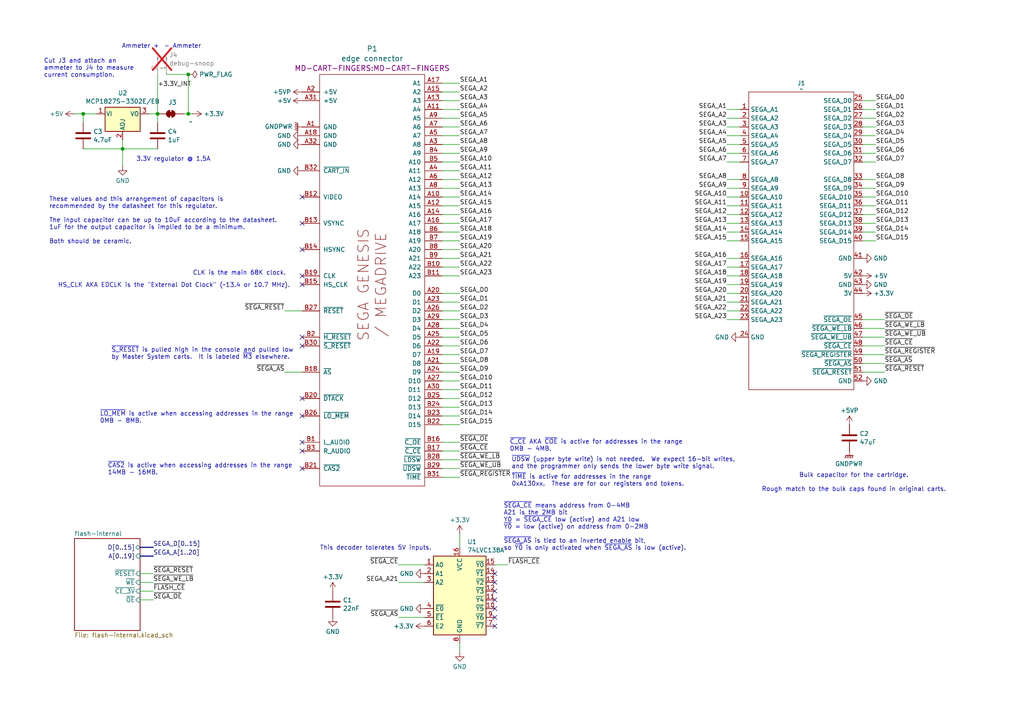
<source format=kicad_sch>
(kicad_sch (version 20231120) (generator "eeschema") (generator_version "8.0")
  (paper "A4")
  (title_block (title "Kinetoscope Cartridge & Flash Board"))
  (lib_symbols
    (symbol "74xx:74HC138"
      (property "Reference" "U" (at -7.62 13.97 0))
      (property "Value" "74HC138" (at 2.54 -11.43 0))
      (symbol "74HC138_0_1"
        (rectangle (start -7.62 12.7) (end 7.62 -10.16) (stroke (width 0.254)) (fill (type background)))
      )
      (symbol "74HC138_1_1"
        (pin input line (at -10.16 10.16 0) (length 2.54) (name "A0") (number "1"))
        (pin output line (at 10.16 -2.54 180) (length 2.54) (name "~{Y5}") (number "10"))
        (pin output line (at 10.16 0 180) (length 2.54) (name "~{Y4}") (number "11"))
        (pin output line (at 10.16 2.54 180) (length 2.54) (name "~{Y3}") (number "12"))
        (pin output line (at 10.16 5.08 180) (length 2.54) (name "~{Y2}") (number "13"))
        (pin output line (at 10.16 7.62 180) (length 2.54) (name "~{Y1}") (number "14"))
        (pin output line (at 10.16 10.16 180) (length 2.54) (name "~{Y0}") (number "15"))
        (pin power_in line (at 0 15.24 270) (length 2.54) (name "VCC") (number "16"))
        (pin input line (at -10.16 7.62 0) (length 2.54) (name "A1") (number "2"))
        (pin input line (at -10.16 5.08 0) (length 2.54) (name "A2") (number "3"))
        (pin input line (at -10.16 -2.54 0) (length 2.54) (name "~{E0}") (number "4"))
        (pin input line (at -10.16 -5.08 0) (length 2.54) (name "~{E1}") (number "5"))
        (pin input line (at -10.16 -7.62 0) (length 2.54) (name "E2") (number "6"))
        (pin output line (at 10.16 -7.62 180) (length 2.54) (name "~{Y7}") (number "7"))
        (pin power_in line (at 0 -12.7 90) (length 2.54) (name "GND") (number "8"))
        (pin output line (at 10.16 -5.08 180) (length 2.54) (name "~{Y6}") (number "9"))
      )
    )
    (symbol "Connector:Conn_01x02_Pin" (pin_names (offset 1.016) hide)
      (property "Reference" "J" (at 0 2.54 0))
      (property "Value" "Conn_01x02_Pin" (at 0 -5.08 0))
      (symbol "Conn_01x02_Pin_1_1"
        (polyline (pts (xy 1.27 -2.54) (xy 0.8636 -2.54)) (stroke (width 0.1524)))
        (polyline (pts (xy 1.27 0) (xy 0.8636 0)) (stroke (width 0.1524)))
        (rectangle (start 0.8636 -2.413) (end 0 -2.667) (stroke (width 0.1524)) (fill (type outline)))
        (rectangle (start 0.8636 0.127) (end 0 -0.127) (stroke (width 0.1524)) (fill (type outline)))
        (pin passive line (at 5.08 0 180) (length 3.81) (name "Pin_1") (number "1"))
        (pin passive line (at 5.08 -2.54 180) (length 3.81) (name "Pin_2") (number "2"))
      )
    )
    (symbol "Device:C" (pin_numbers hide) (pin_names (offset 0.254))
      (property "Reference" "C" (at 0.635 2.54 0))
      (property "Value" "C" (at 0.635 -2.54 0))
      (symbol "C_0_1"
        (polyline (pts (xy -2.032 -0.762) (xy 2.032 -0.762)) (stroke (width 0.508)))
        (polyline (pts (xy -2.032 0.762) (xy 2.032 0.762)) (stroke (width 0.508)))
      )
      (symbol "C_1_1"
        (pin passive line (at 0 3.81 270) (length 2.794) (name "~") (number "1"))
        (pin passive line (at 0 -3.81 90) (length 2.794) (name "~") (number "2"))
      )
    )
    (symbol "Jumper:SolderJumper_2_Bridged" (pin_numbers hide) (pin_names (offset 0) hide) (exclude_from_sim yes) (in_bom no)
      (property "Reference" "JP" (at 0 2.032 0))
      (property "Value" "SolderJumper_2_Bridged" (at 0 -2.54 0))
      (symbol "SolderJumper_2_Bridged_0_1"
        (rectangle (start -0.508 0.508) (end 0.508 -0.508) (fill (type outline)))
        (arc (start -0.254 1.016) (mid -1.2656 0) (end -0.254 -1.016))
        (arc (start -0.254 1.016) (mid -1.2656 0) (end -0.254 -1.016) (fill (type outline)))
        (polyline (pts (xy -0.254 1.016) (xy -0.254 -1.016)))
        (polyline (pts (xy 0.254 1.016) (xy 0.254 -1.016)))
        (arc (start 0.254 -1.016) (mid 1.2656 0) (end 0.254 1.016))
        (arc (start 0.254 -1.016) (mid 1.2656 0) (end 0.254 1.016) (fill (type outline)))
      )
      (symbol "SolderJumper_2_Bridged_1_1"
        (pin passive line (at -3.81 0 0) (length 2.54) (name "A") (number "1"))
        (pin passive line (at 3.81 0 180) (length 2.54) (name "B") (number "2"))
      )
    )
    (symbol "MD-CART-FINGERS:MD-CART-FINGERS" (pin_names (offset 1.016)) (in_bom no)
      (property "Reference" "P" (at -13.97 62.23 0))
      (property "Value" "MD-CART-FINGERS" (at -3.81 -59.69 0))
      (property "Footprint" "MD-CART-FINGERS:MD-CART-FINGERS" (at -0.508 -67.818 0))
      (symbol "MD-CART-FINGERS_0_1"
        (rectangle (start -15.24 60.96) (end 15.24 -58.42))
      )
      (symbol "MD-CART-FINGERS_1_0"
        (text "/ MEGADRIVE" (at 2.54 0 900) (effects (font (size 3.048 3.048))))
        (text "SEGA GENESIS" (at -2.54 0 900) (effects (font (size 3.048 3.048))))
      )
      (symbol "MD-CART-FINGERS_1_1"
        (pin power_out line (at -20.32 45.72 0) (length 5.08) (name "GND") (number "A1"))
        (pin output line (at 20.32 25.4 180) (length 5.08) (name "A14") (number "A10"))
        (pin output line (at 20.32 50.8 180) (length 5.08) (name "A4") (number "A11"))
        (pin output line (at 20.32 22.86 180) (length 5.08) (name "A15") (number "A12"))
        (pin output line (at 20.32 53.34 180) (length 5.08) (name "A3") (number "A13"))
        (pin output line (at 20.32 20.32 180) (length 5.08) (name "A16") (number "A14"))
        (pin output line (at 20.32 55.88 180) (length 5.08) (name "A2") (number "A15"))
        (pin output line (at 20.32 17.78 180) (length 5.08) (name "A17") (number "A16"))
        (pin output line (at 20.32 58.42 180) (length 5.08) (name "A1") (number "A17"))
        (pin power_out line (at -20.32 43.18 0) (length 5.08) (name "GND") (number "A18"))
        (pin tri_state line (at 20.32 -20.32 180) (length 5.08) (name "D7") (number "A19"))
        (pin power_out line (at -20.32 55.88 0) (length 5.08) (name "+5V") (number "A2"))
        (pin tri_state line (at 20.32 -2.54 180) (length 5.08) (name "D0") (number "A20"))
        (pin tri_state line (at 20.32 -22.86 180) (length 5.08) (name "D8") (number "A21"))
        (pin tri_state line (at 20.32 -17.78 180) (length 5.08) (name "D6") (number "A22"))
        (pin tri_state line (at 20.32 -5.08 180) (length 5.08) (name "D1") (number "A23"))
        (pin tri_state line (at 20.32 -25.4 180) (length 5.08) (name "D9") (number "A24"))
        (pin tri_state line (at 20.32 -15.24 180) (length 5.08) (name "D5") (number "A25"))
        (pin tri_state line (at 20.32 -7.62 180) (length 5.08) (name "D2") (number "A26"))
        (pin tri_state line (at 20.32 -27.94 180) (length 5.08) (name "D10") (number "A27"))
        (pin tri_state line (at 20.32 -12.7 180) (length 5.08) (name "D4") (number "A28"))
        (pin tri_state line (at 20.32 -10.16 180) (length 5.08) (name "D3") (number "A29"))
        (pin output line (at 20.32 40.64 180) (length 5.08) (name "A8") (number "A3"))
        (pin tri_state line (at 20.32 -30.48 180) (length 5.08) (name "D11") (number "A30"))
        (pin power_out line (at -20.32 53.34 0) (length 5.08) (name "+5V") (number "A31"))
        (pin power_out line (at -20.32 40.64 0) (length 5.08) (name "GND") (number "A32"))
        (pin output line (at 20.32 33.02 180) (length 5.08) (name "A11") (number "A4"))
        (pin output line (at 20.32 43.18 180) (length 5.08) (name "A7") (number "A5"))
        (pin output line (at 20.32 30.48 180) (length 5.08) (name "A12") (number "A6"))
        (pin output line (at 20.32 45.72 180) (length 5.08) (name "A6") (number "A7"))
        (pin output line (at 20.32 27.94 180) (length 5.08) (name "A13") (number "A8"))
        (pin output line (at 20.32 48.26 180) (length 5.08) (name "A5") (number "A9"))
        (pin passive line (at -20.32 -45.72 0) (length 5.08) (name "L_AUDIO") (number "B1"))
        (pin output line (at 20.32 5.08 180) (length 5.08) (name "A22") (number "B10"))
        (pin output line (at 20.32 2.54 180) (length 5.08) (name "A23") (number "B11"))
        (pin passive line (at -20.32 25.4 0) (length 5.08) (name "VIDEO") (number "B12"))
        (pin output line (at -20.32 17.78 0) (length 5.08) (name "VSYNC") (number "B13"))
        (pin output line (at -20.32 10.16 0) (length 5.08) (name "HSYNC") (number "B14"))
        (pin output line (at -20.32 0 0) (length 5.08) (name "HS_CLK") (number "B15"))
        (pin output line (at 20.32 -45.72 180) (length 5.08) (name "~{C_OE}") (number "B16"))
        (pin output line (at 20.32 -48.26 180) (length 5.08) (name "~{C_CE}") (number "B17"))
        (pin output line (at -20.32 -25.4 0) (length 5.08) (name "~{AS}") (number "B18"))
        (pin output line (at -20.32 2.54 0) (length 5.08) (name "CLK") (number "B19"))
        (pin input line (at -20.32 -15.24 0) (length 5.08) (name "~{H_RESET}") (number "B2"))
        (pin input line (at -20.32 -33.02 0) (length 5.08) (name "~{DTACK}") (number "B20"))
        (pin output line (at -20.32 -53.34 0) (length 5.08) (name "~{CAS2}") (number "B21"))
        (pin tri_state line (at 20.32 -40.64 180) (length 5.08) (name "D15") (number "B22"))
        (pin tri_state line (at 20.32 -38.1 180) (length 5.08) (name "D14") (number "B23"))
        (pin tri_state line (at 20.32 -35.56 180) (length 5.08) (name "D13") (number "B24"))
        (pin tri_state line (at 20.32 -33.02 180) (length 5.08) (name "D12") (number "B25"))
        (pin output line (at -20.32 -38.1 0) (length 5.08) (name "~{LO_MEM}") (number "B26"))
        (pin output line (at -20.32 -7.62 0) (length 5.08) (name "~{RESET}") (number "B27"))
        (pin output line (at 20.32 -50.8 180) (length 5.08) (name "~{LDSW}") (number "B28"))
        (pin output line (at 20.32 -53.34 180) (length 5.08) (name "~{UDSW}") (number "B29"))
        (pin passive line (at -20.32 -48.26 0) (length 5.08) (name "R_AUDIO") (number "B3"))
        (pin input line (at -20.32 -17.78 0) (length 5.08) (name "~{S_RESET}") (number "B30"))
        (pin output line (at 20.32 -55.88 180) (length 5.08) (name "~{TIME}") (number "B31"))
        (pin input line (at -20.32 33.02 0) (length 5.08) (name "~{CART_IN}") (number "B32"))
        (pin output line (at 20.32 38.1 180) (length 5.08) (name "A9") (number "B4"))
        (pin output line (at 20.32 35.56 180) (length 5.08) (name "A10") (number "B5"))
        (pin output line (at 20.32 15.24 180) (length 5.08) (name "A18") (number "B6"))
        (pin output line (at 20.32 12.7 180) (length 5.08) (name "A19") (number "B7"))
        (pin output line (at 20.32 10.16 180) (length 5.08) (name "A20") (number "B8"))
        (pin output line (at 20.32 7.62 180) (length 5.08) (name "A21") (number "B9"))
      )
    )
    (symbol "Regulator_Linear:LM317_TO39" (pin_names (offset 0.254))
      (property "Reference" "U" (at -3.81 3.175 0))
      (property "Value" "LM317_TO39" (at 0 3.175 0))
      (symbol "LM317_TO39_0_1"
        (rectangle (start -5.08 1.905) (end 5.08 -5.08) (stroke (width 0.254)) (fill (type background)))
      )
      (symbol "LM317_TO39_1_1"
        (pin power_in line (at -7.62 0 0) (length 2.54) (name "VI") (number "1"))
        (pin input line (at 0 -7.62 90) (length 2.54) (name "ADJ") (number "2"))
        (pin power_out line (at 7.62 0 180) (length 2.54) (name "VO") (number "3"))
      )
    )
    (symbol "kinetoscope-cart-header:kinetoscope-cart-header-a"
      (property "Reference" "J" (at 0 1.27 0))
      (symbol "kinetoscope-cart-header-a_1_1"
        (rectangle (start -15.24 0) (end 15.24 -86.36))
        (pin passive line (at -17.78 -5.08 0) (length 2.54) (name "SEGA_A1") (number "1"))
        (pin passive line (at -17.78 -30.48 0) (length 2.54) (name "SEGA_A10") (number "10"))
        (pin passive line (at -17.78 -33.02 0) (length 2.54) (name "SEGA_A11") (number "11"))
        (pin passive line (at -17.78 -35.56 0) (length 2.54) (name "SEGA_A12") (number "12"))
        (pin passive line (at -17.78 -38.1 0) (length 2.54) (name "SEGA_A13") (number "13"))
        (pin passive line (at -17.78 -40.64 0) (length 2.54) (name "SEGA_A14") (number "14"))
        (pin passive line (at -17.78 -43.18 0) (length 2.54) (name "SEGA_A15") (number "15"))
        (pin passive line (at -17.78 -48.26 0) (length 2.54) (name "SEGA_A16") (number "16"))
        (pin passive line (at -17.78 -50.8 0) (length 2.54) (name "SEGA_A17") (number "17"))
        (pin passive line (at -17.78 -53.34 0) (length 2.54) (name "SEGA_A18") (number "18"))
        (pin passive line (at -17.78 -55.88 0) (length 2.54) (name "SEGA_A19") (number "19"))
        (pin passive line (at -17.78 -7.62 0) (length 2.54) (name "SEGA_A2") (number "2"))
        (pin passive line (at -17.78 -58.42 0) (length 2.54) (name "SEGA_A20") (number "20"))
        (pin passive line (at -17.78 -60.96 0) (length 2.54) (name "SEGA_A21") (number "21"))
        (pin passive line (at -17.78 -63.5 0) (length 2.54) (name "SEGA_A22") (number "22"))
        (pin passive line (at -17.78 -66.04 0) (length 2.54) (name "SEGA_A23") (number "23"))
        (pin passive line (at -17.78 -71.12 0) (length 2.54) (name "GND") (number "24"))
        (pin passive line (at 17.78 -2.54 180) (length 2.54) (name "SEGA_D0") (number "25"))
        (pin passive line (at 17.78 -5.08 180) (length 2.54) (name "SEGA_D1") (number "26"))
        (pin passive line (at 17.78 -7.62 180) (length 2.54) (name "SEGA_D2") (number "27"))
        (pin passive line (at 17.78 -10.16 180) (length 2.54) (name "SEGA_D3") (number "28"))
        (pin passive line (at 17.78 -12.7 180) (length 2.54) (name "SEGA_D4") (number "29"))
        (pin passive line (at -17.78 -10.16 0) (length 2.54) (name "SEGA_A3") (number "3"))
        (pin passive line (at 17.78 -15.24 180) (length 2.54) (name "SEGA_D5") (number "30"))
        (pin passive line (at 17.78 -17.78 180) (length 2.54) (name "SEGA_D6") (number "31"))
        (pin passive line (at 17.78 -20.32 180) (length 2.54) (name "SEGA_D7") (number "32"))
        (pin passive line (at 17.78 -25.4 180) (length 2.54) (name "SEGA_D8") (number "33"))
        (pin passive line (at 17.78 -27.94 180) (length 2.54) (name "SEGA_D9") (number "34"))
        (pin passive line (at 17.78 -30.48 180) (length 2.54) (name "SEGA_D10") (number "35"))
        (pin passive line (at 17.78 -33.02 180) (length 2.54) (name "SEGA_D11") (number "36"))
        (pin passive line (at 17.78 -35.56 180) (length 2.54) (name "SEGA_D12") (number "37"))
        (pin passive line (at 17.78 -38.1 180) (length 2.54) (name "SEGA_D13") (number "38"))
        (pin passive line (at 17.78 -40.64 180) (length 2.54) (name "SEGA_D14") (number "39"))
        (pin passive line (at -17.78 -12.7 0) (length 2.54) (name "SEGA_A4") (number "4"))
        (pin passive line (at 17.78 -43.18 180) (length 2.54) (name "SEGA_D15") (number "40"))
        (pin passive line (at 17.78 -48.26 180) (length 2.54) (name "GND") (number "41"))
        (pin passive line (at 17.78 -53.34 180) (length 2.54) (name "5V") (number "42"))
        (pin passive line (at 17.78 -55.88 180) (length 2.54) (name "GND") (number "43"))
        (pin passive line (at 17.78 -58.42 180) (length 2.54) (name "3V") (number "44"))
        (pin passive line (at 17.78 -66.04 180) (length 2.54) (name "~{SEGA_OE}") (number "45"))
        (pin passive line (at 17.78 -68.58 180) (length 2.54) (name "~{SEGA_WE_LB}") (number "46"))
        (pin passive line (at 17.78 -71.12 180) (length 2.54) (name "~{SEGA_WE_UB}") (number "47"))
        (pin passive line (at 17.78 -73.66 180) (length 2.54) (name "~{SEGA_CE}") (number "48"))
        (pin passive line (at 17.78 -76.2 180) (length 2.54) (name "~{SEGA_REGISTER}") (number "49"))
        (pin passive line (at -17.78 -15.24 0) (length 2.54) (name "SEGA_A5") (number "5"))
        (pin passive line (at 17.78 -78.74 180) (length 2.54) (name "~{SEGA_AS}") (number "50"))
        (pin passive line (at 17.78 -81.28 180) (length 2.54) (name "~{SEGA_RESET}") (number "51"))
        (pin passive line (at 17.78 -83.82 180) (length 2.54) (name "GND") (number "52"))
        (pin passive line (at -17.78 -17.78 0) (length 2.54) (name "SEGA_A6") (number "6"))
        (pin passive line (at -17.78 -20.32 0) (length 2.54) (name "SEGA_A7") (number "7"))
        (pin passive line (at -17.78 -25.4 0) (length 2.54) (name "SEGA_A8") (number "8"))
        (pin passive line (at -17.78 -27.94 0) (length 2.54) (name "SEGA_A9") (number "9"))
      )
    )
    (symbol "power:+3.3V" (power) (pin_numbers hide) (pin_names (offset 0) hide)
      (property "Value" "+3.3V" (at 0 3.556 0))
      (symbol "+3.3V_0_1"
        (polyline (pts (xy -0.762 1.27) (xy 0 2.54)))
        (polyline (pts (xy 0 0) (xy 0 2.54)))
        (polyline (pts (xy 0 2.54) (xy 0.762 1.27)))
      )
      (symbol "+3.3V_1_1"
        (pin power_in line (at 0 0 90) (length 0) (name "~") (number "1"))
      )
    )
    (symbol "power:+5V" (power) (pin_numbers hide) (pin_names (offset 0) hide)
      (property "Value" "+5V" (at 0 3.556 0))
      (symbol "+5V_0_1"
        (polyline (pts (xy -0.762 1.27) (xy 0 2.54)))
        (polyline (pts (xy 0 0) (xy 0 2.54)))
        (polyline (pts (xy 0 2.54) (xy 0.762 1.27)))
      )
      (symbol "+5V_1_1"
        (pin power_in line (at 0 0 90) (length 0) (name "~") (number "1"))
      )
    )
    (symbol "power:+5VP" (power) (pin_numbers hide) (pin_names (offset 0) hide)
      (property "Value" "+5VP" (at 0 3.556 0))
      (symbol "+5VP_0_1"
        (polyline (pts (xy -0.762 1.27) (xy 0 2.54)))
        (polyline (pts (xy 0 0) (xy 0 2.54)))
        (polyline (pts (xy 0 2.54) (xy 0.762 1.27)))
      )
      (symbol "+5VP_1_1"
        (pin power_in line (at 0 0 90) (length 0) (name "~") (number "1"))
      )
    )
    (symbol "power:GND" (power) (pin_numbers hide) (pin_names (offset 0) hide)
      (property "Value" "GND" (at 0 -3.81 0))
      (symbol "GND_0_1"
        (polyline (pts (xy 0 0) (xy 0 -1.27) (xy 1.27 -1.27) (xy 0 -2.54) (xy -1.27 -1.27) (xy 0 -1.27)))
      )
      (symbol "GND_1_1"
        (pin power_in line (at 0 0 270) (length 0) (name "~") (number "1"))
      )
    )
    (symbol "power:GNDPWR" (power) (pin_numbers hide) (pin_names (offset 0) hide)
      (property "Value" "GNDPWR" (at 0 -3.302 0))
      (symbol "GNDPWR_0_1"
        (polyline (pts (xy 0 -1.27) (xy 0 0)))
        (polyline (pts (xy -1.016 -1.27) (xy -1.27 -2.032) (xy -1.27 -2.032)) (stroke (width 0.2032)))
        (polyline (pts (xy -0.508 -1.27) (xy -0.762 -2.032) (xy -0.762 -2.032)) (stroke (width 0.2032)))
        (polyline (pts (xy 0 -1.27) (xy -0.254 -2.032) (xy -0.254 -2.032)) (stroke (width 0.2032)))
        (polyline (pts (xy 0.508 -1.27) (xy 0.254 -2.032) (xy 0.254 -2.032)) (stroke (width 0.2032)))
        (polyline (pts (xy 1.016 -1.27) (xy -1.016 -1.27) (xy -1.016 -1.27)) (stroke (width 0.2032)))
        (polyline (pts (xy 1.016 -1.27) (xy 0.762 -2.032) (xy 0.762 -2.032) (xy 0.762 -2.032)) (stroke (width 0.2032)))
      )
      (symbol "GNDPWR_1_1"
        (pin power_in line (at 0 0 270) (length 0) (name "~") (number "1"))
      )
    )
    (symbol "power:PWR_FLAG" (power) (pin_numbers hide) (pin_names (offset 0) hide)
      (property "Value" "PWR_FLAG" (at 0 3.81 0))
      (symbol "PWR_FLAG_0_0"
        (pin power_out line (at 0 0 90) (length 0) (name "~") (number "1"))
      )
      (symbol "PWR_FLAG_0_1"
        (polyline (pts (xy 0 0) (xy 0 1.27) (xy -1.016 1.905) (xy 0 2.54) (xy 1.016 1.905) (xy 0 1.27)))
      )
    )
  )
  (junction (at 35.56 43.18))
  (junction (at 54.61 21.59))
  (junction (at 54.61 33.02))
  (junction (at 24.13 33.02))
  (junction (at 45.72 33.02))
  (no_connect (at 87.63 135.89))
  (no_connect (at 87.63 57.15))
  (no_connect (at 87.63 100.33))
  (no_connect (at 87.63 72.39))
  (no_connect (at 87.63 64.77))
  (no_connect (at 87.63 115.57))
  (no_connect (at 87.63 82.55))
  (no_connect (at 143.51 166.37))
  (no_connect (at 143.51 176.53))
  (no_connect (at 143.51 173.99))
  (no_connect (at 143.51 181.61))
  (no_connect (at 143.51 171.45))
  (no_connect (at 87.63 130.81))
  (no_connect (at 87.63 128.27))
  (no_connect (at 87.63 80.01))
  (no_connect (at 143.51 168.91))
  (no_connect (at 143.51 179.07))
  (no_connect (at 87.63 97.79))
  (no_connect (at 87.63 120.65))
  (wire (pts (xy 128.27 57.15) (xy 133.35 57.15)))
  (wire (pts (xy 82.55 90.17) (xy 87.63 90.17)))
  (wire (pts (xy 250.19 57.15) (xy 254 57.15)))
  (wire (pts (xy 210.82 85.09) (xy 214.63 85.09)))
  (bus (pts (xy 40.64 158.75) (xy 44.45 158.75)))
  (wire (pts (xy 250.19 44.45) (xy 254 44.45)))
  (wire (pts (xy 128.27 120.65) (xy 133.35 120.65)))
  (wire (pts (xy 128.27 87.63) (xy 133.35 87.63)))
  (wire (pts (xy 250.19 59.69) (xy 254 59.69)))
  (wire (pts (xy 250.19 46.99) (xy 254 46.99)))
  (wire (pts (xy 133.35 154.94) (xy 133.35 158.75)))
  (wire (pts (xy 45.72 33.02) (xy 45.72 35.56)))
  (wire (pts (xy 128.27 41.91) (xy 133.35 41.91)))
  (wire (pts (xy 128.27 130.81) (xy 133.35 130.81)))
  (wire (pts (xy 128.27 49.53) (xy 133.35 49.53)))
  (wire (pts (xy 128.27 123.19) (xy 133.35 123.19)))
  (wire (pts (xy 35.56 43.18) (xy 45.72 43.18)))
  (wire (pts (xy 128.27 115.57) (xy 133.35 115.57)))
  (wire (pts (xy 250.19 54.61) (xy 254 54.61)))
  (wire (pts (xy 128.27 77.47) (xy 133.35 77.47)))
  (wire (pts (xy 128.27 80.01) (xy 133.35 80.01)))
  (wire (pts (xy 210.82 87.63) (xy 214.63 87.63)))
  (wire (pts (xy 40.64 166.37) (xy 44.45 166.37)))
  (wire (pts (xy 53.34 33.02) (xy 54.61 33.02)))
  (wire (pts (xy 128.27 39.37) (xy 133.35 39.37)))
  (wire (pts (xy 250.19 64.77) (xy 254 64.77)))
  (wire (pts (xy 115.57 168.91) (xy 123.19 168.91)))
  (wire (pts (xy 210.82 59.69) (xy 214.63 59.69)))
  (wire (pts (xy 210.82 36.83) (xy 214.63 36.83)))
  (wire (pts (xy 43.18 33.02) (xy 45.72 33.02)))
  (wire (pts (xy 250.19 36.83) (xy 254 36.83)))
  (wire (pts (xy 210.82 67.31) (xy 214.63 67.31)))
  (wire (pts (xy 128.27 118.11) (xy 133.35 118.11)))
  (wire (pts (xy 24.13 43.18) (xy 35.56 43.18)))
  (wire (pts (xy 128.27 31.75) (xy 133.35 31.75)))
  (wire (pts (xy 210.82 46.99) (xy 214.63 46.99)))
  (wire (pts (xy 210.82 41.91) (xy 214.63 41.91)))
  (wire (pts (xy 54.61 33.02) (xy 55.88 33.02)))
  (wire (pts (xy 250.19 95.25) (xy 256.54 95.25)))
  (wire (pts (xy 128.27 59.69) (xy 133.35 59.69)))
  (wire (pts (xy 210.82 31.75) (xy 214.63 31.75)))
  (wire (pts (xy 143.51 163.83) (xy 147.32 163.83)))
  (wire (pts (xy 128.27 92.71) (xy 133.35 92.71)))
  (wire (pts (xy 128.27 95.25) (xy 133.35 95.25)))
  (wire (pts (xy 250.19 105.41) (xy 256.54 105.41)))
  (wire (pts (xy 128.27 24.13) (xy 133.35 24.13)))
  (wire (pts (xy 40.64 168.91) (xy 44.45 168.91)))
  (wire (pts (xy 128.27 54.61) (xy 133.35 54.61)))
  (wire (pts (xy 250.19 69.85) (xy 254 69.85)))
  (wire (pts (xy 40.64 173.99) (xy 44.45 173.99)))
  (wire (pts (xy 250.19 34.29) (xy 254 34.29)))
  (wire (pts (xy 48.26 21.59) (xy 54.61 21.59)))
  (wire (pts (xy 128.27 135.89) (xy 133.35 135.89)))
  (wire (pts (xy 210.82 54.61) (xy 214.63 54.61)))
  (wire (pts (xy 210.82 92.71) (xy 214.63 92.71)))
  (wire (pts (xy 210.82 64.77) (xy 214.63 64.77)))
  (wire (pts (xy 250.19 41.91) (xy 254 41.91)))
  (wire (pts (xy 250.19 97.79) (xy 256.54 97.79)))
  (wire (pts (xy 128.27 26.67) (xy 133.35 26.67)))
  (wire (pts (xy 210.82 39.37) (xy 214.63 39.37)))
  (wire (pts (xy 54.61 21.59) (xy 54.61 33.02)))
  (wire (pts (xy 210.82 74.93) (xy 214.63 74.93)))
  (wire (pts (xy 128.27 74.93) (xy 133.35 74.93)))
  (wire (pts (xy 250.19 102.87) (xy 256.54 102.87)))
  (bus (pts (xy 40.64 161.29) (xy 44.45 161.29)))
  (wire (pts (xy 24.13 33.02) (xy 24.13 35.56)))
  (wire (pts (xy 128.27 62.23) (xy 133.35 62.23)))
  (wire (pts (xy 128.27 44.45) (xy 133.35 44.45)))
  (wire (pts (xy 210.82 69.85) (xy 214.63 69.85)))
  (wire (pts (xy 210.82 62.23) (xy 214.63 62.23)))
  (wire (pts (xy 128.27 85.09) (xy 133.35 85.09)))
  (wire (pts (xy 128.27 97.79) (xy 133.35 97.79)))
  (wire (pts (xy 250.19 39.37) (xy 254 39.37)))
  (wire (pts (xy 21.59 33.02) (xy 24.13 33.02)))
  (wire (pts (xy 133.35 189.23) (xy 133.35 186.69)))
  (wire (pts (xy 128.27 72.39) (xy 133.35 72.39)))
  (wire (pts (xy 128.27 138.43) (xy 133.35 138.43)))
  (wire (pts (xy 250.19 31.75) (xy 254 31.75)))
  (wire (pts (xy 115.57 179.07) (xy 123.19 179.07)))
  (wire (pts (xy 82.55 107.95) (xy 87.63 107.95)))
  (wire (pts (xy 210.82 90.17) (xy 214.63 90.17)))
  (wire (pts (xy 210.82 82.55) (xy 214.63 82.55)))
  (wire (pts (xy 128.27 34.29) (xy 133.35 34.29)))
  (wire (pts (xy 210.82 57.15) (xy 214.63 57.15)))
  (wire (pts (xy 128.27 107.95) (xy 133.35 107.95)))
  (wire (pts (xy 250.19 100.33) (xy 256.54 100.33)))
  (wire (pts (xy 128.27 46.99) (xy 133.35 46.99)))
  (wire (pts (xy 128.27 36.83) (xy 133.35 36.83)))
  (wire (pts (xy 128.27 105.41) (xy 133.35 105.41)))
  (wire (pts (xy 128.27 67.31) (xy 133.35 67.31)))
  (wire (pts (xy 210.82 77.47) (xy 214.63 77.47)))
  (wire (pts (xy 250.19 67.31) (xy 254 67.31)))
  (wire (pts (xy 128.27 133.35) (xy 133.35 133.35)))
  (wire (pts (xy 128.27 100.33) (xy 133.35 100.33)))
  (wire (pts (xy 210.82 34.29) (xy 214.63 34.29)))
  (wire (pts (xy 128.27 90.17) (xy 133.35 90.17)))
  (wire (pts (xy 210.82 52.07) (xy 214.63 52.07)))
  (wire (pts (xy 128.27 102.87) (xy 133.35 102.87)))
  (wire (pts (xy 250.19 52.07) (xy 254 52.07)))
  (wire (pts (xy 35.56 40.64) (xy 35.56 43.18)))
  (wire (pts (xy 128.27 113.03) (xy 133.35 113.03)))
  (wire (pts (xy 250.19 29.21) (xy 254 29.21)))
  (wire (pts (xy 250.19 92.71) (xy 256.54 92.71)))
  (wire (pts (xy 45.72 21.59) (xy 45.72 33.02)))
  (wire (pts (xy 128.27 52.07) (xy 133.35 52.07)))
  (wire (pts (xy 128.27 128.27) (xy 133.35 128.27)))
  (wire (pts (xy 128.27 69.85) (xy 133.35 69.85)))
  (wire (pts (xy 128.27 110.49) (xy 133.35 110.49)))
  (wire (pts (xy 128.27 29.21) (xy 133.35 29.21)))
  (wire (pts (xy 250.19 107.95) (xy 256.54 107.95)))
  (wire (pts (xy 24.13 33.02) (xy 27.94 33.02)))
  (wire (pts (xy 40.64 171.45) (xy 44.45 171.45)))
  (wire (pts (xy 128.27 64.77) (xy 133.35 64.77)))
  (wire (pts (xy 115.57 163.83) (xy 123.19 163.83)))
  (wire (pts (xy 250.19 62.23) (xy 254 62.23)))
  (wire (pts (xy 35.56 43.18) (xy 35.56 48.26)))
  (wire (pts (xy 210.82 80.01) (xy 214.63 80.01)))
  (wire (pts (xy 210.82 44.45) (xy 214.63 44.45)))
  (text "~{S_RESET} is pulled high in the console and pulled low\nby Master System carts.  It is labeled ~{M3} elsewhere." (at 32.258 102.616 0) (effects (font (size 1.27 1.27)) (justify left)))
  (text "~{UDSW} (upper byte write) is not needed.  We expect 16-bit writes,\nand the programmer only sends the lower byte write signal." (at 148.336 134.366 0) (effects (font (size 1.27 1.27)) (justify left)))
  (text "~{C_CE} AKA ~{COE} is active for addresses in the range\n0MB - 4MB." (at 147.828 129.286 0) (effects (font (size 1.27 1.27)) (justify left)))
  (text "This decoder tolerates 5V inputs." (at 108.966 159.004 0) (effects (font (size 1.27 1.27))))
  (text "3.3V regulator @ 1.5A" (at 50.292 46.228 0) (effects (font (size 1.27 1.27))))
  (text "~{TIME} is active for addresses in the range\n0xA130xx.  These are for our registers and tokens." (at 148.336 139.446 0) (effects (font (size 1.27 1.27)) (justify left)))
  (text "~{LO_MEM} is active when accessing addresses in the range\n0MB - 8MB." (at 28.956 121.158 0) (effects (font (size 1.27 1.27)) (justify left)))
  (text "These values and this arrangement of capacitors is\nrecommended by the datasheet for this regulator.\n\nThe input capacitor can be up to 10uF according to the datasheet.\n1uF for the output capacitor is implied to be a minimum.\n\nBoth should be ceramic." (at 14.224 64.008 0) (effects (font (size 1.27 1.27)) (justify left)))
  (text "~{CAS2} is active when accessing addresses in the range\n14MB - 16MB." (at 31.242 136.144 0) (effects (font (size 1.27 1.27)) (justify left)))
  (text "Cut J3 and attach an\nammeter to J4 to measure\ncurrent consumption." (at 12.7 19.812 0) (effects (font (size 1.27 1.27)) (justify left)))
  (text "HS_CLK AKA EDCLK is the \"External Dot Clock\" (~13.4 or 10.7 MHz)." (at 16.764 82.804 0) (effects (font (size 1.27 1.27)) (justify left)))
  (text "Ammeter +" (at 35.306 13.462 0) (effects (font (size 1.27 1.27)) (justify left)))
  (text "Bulk capacitor for the cartridge.\n\nRough match to the bulk caps found in original carts." (at 247.65 139.954 0) (effects (font (size 1.27 1.27))))
  (text "- Ammeter" (at 47.498 13.462 0) (effects (font (size 1.27 1.27)) (justify left)))
  (text "~{SEGA_CE} means address from 0-4MB\nA21 is the 2MB bit\nY0 = ~{SEGA_CE} low (active) and A21 low\n~{Y0} = low (active) on address from 0-2MB\n\n~{SEGA_AS} is tied to an inverted enable bit,\nso ~{Y0} is only activated when ~{SEGA_AS} is low (active)." (at 146.05 152.908 0) (effects (font (size 1.27 1.27)) (justify left)))
  (text "CLK is the main 68K clock." (at 55.88 79.248 0) (effects (font (size 1.27 1.27)) (justify left)))
  (label "SEGA_A2" (at 210.82 34.29 180))
  (label "SEGA_A15" (at 210.82 69.85 180))
  (label "SEGA_D1" (at 254 31.75 0))
  (label "~{SEGA_OE}" (at 44.45 173.99 0))
  (label "SEGA_D11" (at 133.35 113.03 0))
  (label "SEGA_D8" (at 254 52.07 0))
  (label "~{SEGA_WE_UB}" (at 256.54 97.79 0))
  (label "SEGA_A11" (at 210.82 59.69 180))
  (label "SEGA_D0" (at 133.35 85.09 0))
  (label "~{SEGA_AS}" (at 115.57 179.07 180))
  (label "SEGA_A16" (at 210.82 74.93 180))
  (label "~{SEGA_OE}" (at 256.54 92.71 0))
  (label "~{SEGA_WE_LB}" (at 44.45 168.91 0))
  (label "SEGA_A12" (at 210.82 62.23 180))
  (label "SEGA_A23" (at 133.35 80.01 0))
  (label "SEGA_A21" (at 133.35 74.93 0))
  (label "SEGA_D10" (at 254 57.15 0))
  (label "SEGA_A17" (at 133.35 64.77 0))
  (label "SEGA_D13" (at 254 64.77 0))
  (label "SEGA_A20" (at 133.35 72.39 0))
  (label "SEGA_A5" (at 210.82 41.91 180))
  (label "SEGA_D0" (at 254 29.21 0))
  (label "SEGA_D9" (at 254 54.61 0))
  (label "~{SEGA_REGISTER}" (at 256.54 102.87 0))
  (label "SEGA_A1" (at 133.35 24.13 0))
  (label "SEGA_A19" (at 133.35 69.85 0))
  (label "~{SEGA_OE}" (at 133.35 128.27 0))
  (label "SEGA_A7" (at 210.82 46.99 180))
  (label "SEGA_D7" (at 133.35 102.87 0))
  (label "SEGA_A23" (at 210.82 92.71 180))
  (label "~{SEGA_CE}" (at 115.57 163.83 180))
  (label "SEGA_A6" (at 133.35 36.83 0))
  (label "SEGA_D4" (at 254 39.37 0))
  (label "SEGA_A10" (at 210.82 57.15 180))
  (label "SEGA_A21" (at 115.57 168.91 180))
  (label "SEGA_A8" (at 133.35 41.91 0))
  (label "SEGA_D3" (at 254 36.83 0))
  (label "~{FLASH_CE}" (at 44.45 171.45 0))
  (label "SEGA_A1" (at 210.82 31.75 180))
  (label "SEGA_D7" (at 254 46.99 0))
  (label "~{SEGA_CE}" (at 256.54 100.33 0))
  (label "SEGA_A22" (at 210.82 90.17 180))
  (label "~{SEGA_WE_LB}" (at 256.54 95.25 0))
  (label "SEGA_A9" (at 133.35 44.45 0))
  (label "+3.3V_INT" (at 45.72 25.3471 0))
  (label "SEGA_A3" (at 210.82 36.83 180))
  (label "~{SEGA_REGISTER}" (at 133.35 138.43 0))
  (label "SEGA_D12" (at 254 62.23 0))
  (label "SEGA_A4" (at 133.35 31.75 0))
  (label "SEGA_D11" (at 254 59.69 0))
  (label "SEGA_D1" (at 133.35 87.63 0))
  (label "SEGA_D14" (at 133.35 120.65 0))
  (label "~{SEGA_RESET}" (at 82.55 90.17 180))
  (label "SEGA_D2" (at 133.35 90.17 0))
  (label "~{SEGA_WE_UB}" (at 133.35 135.89 0))
  (label "SEGA_A18" (at 210.82 80.01 180))
  (label "SEGA_A10" (at 133.35 46.99 0))
  (label "SEGA_A14" (at 133.35 57.15 0))
  (label "SEGA_A14" (at 210.82 67.31 180))
  (label "SEGA_A3" (at 133.35 29.21 0))
  (label "SEGA_A[1..20]" (at 44.45 161.29 0))
  (label "SEGA_D4" (at 133.35 95.25 0))
  (label "SEGA_A12" (at 133.35 52.07 0))
  (label "SEGA_A20" (at 210.82 85.09 180))
  (label "SEGA_D10" (at 133.35 110.49 0))
  (label "SEGA_D9" (at 133.35 107.95 0))
  (label "SEGA_A7" (at 133.35 39.37 0))
  (label "SEGA_A19" (at 210.82 82.55 180))
  (label "SEGA_D12" (at 133.35 115.57 0))
  (label "SEGA_D2" (at 254 34.29 0))
  (label "SEGA_D3" (at 133.35 92.71 0))
  (label "SEGA_D5" (at 254 41.91 0))
  (label "SEGA_A22" (at 133.35 77.47 0))
  (label "SEGA_A13" (at 210.82 64.77 180))
  (label "SEGA_A18" (at 133.35 67.31 0))
  (label "~{SEGA_AS}" (at 256.54 105.41 0))
  (label "SEGA_D15" (at 254 69.85 0))
  (label "SEGA_A15" (at 133.35 59.69 0))
  (label "SEGA_A2" (at 133.35 26.67 0))
  (label "SEGA_A16" (at 133.35 62.23 0))
  (label "SEGA_D14" (at 254 67.31 0))
  (label "SEGA_D6" (at 133.35 100.33 0))
  (label "SEGA_D15" (at 133.35 123.19 0))
  (label "SEGA_A9" (at 210.82 54.61 180))
  (label "SEGA_A13" (at 133.35 54.61 0))
  (label "SEGA_D8" (at 133.35 105.41 0))
  (label "SEGA_A11" (at 133.35 49.53 0))
  (label "SEGA_A5" (at 133.35 34.29 0))
  (label "~{SEGA_AS}" (at 82.55 107.95 180))
  (label "SEGA_D[0..15]" (at 44.45 158.75 0))
  (label "SEGA_A17" (at 210.82 77.47 180))
  (label "~{SEGA_RESET}" (at 44.45 166.37 0))
  (label "SEGA_D13" (at 133.35 118.11 0))
  (label "~{SEGA_RESET}" (at 256.54 107.95 0))
  (label "SEGA_D6" (at 254 44.45 0))
  (label "SEGA_A21" (at 210.82 87.63 180))
  (label "~{FLASH_CE}" (at 147.32 163.83 0))
  (label "SEGA_A4" (at 210.82 39.37 180))
  (label "~{SEGA_WE_LB}" (at 133.35 133.35 0))
  (label "SEGA_A6" (at 210.82 44.45 180))
  (label "SEGA_D5" (at 133.35 97.79 0))
  (label "~{SEGA_CE}" (at 133.35 130.81 0))
  (label "SEGA_A8" (at 210.82 52.07 180))
  (symbol (lib_id "power:GND") (at 96.52 179.07 0) (unit 1)
    (property "Reference" "#PWR042" (effects (hide yes)))
    (property "Value" "GND" (at 96.52 183.2031 0))
    (property "Description" "Power symbol creates a global label with name \"GND\" , ground" (effects (hide yes)))
  )
  (symbol (lib_id "power:GND") (at 214.63 97.79 270) (unit 1)
    (property "Reference" "#PWR058" (effects (hide yes)))
    (property "Value" "GND" (at 211.4551 97.79 90) (effects (justify right)))
    (property "Description" "Power symbol creates a global label with name \"GND\" , ground" (effects (hide yes)))
  )
  (symbol (lib_id "Device:C") (at 246.38 127 0) (unit 1)
    (property "Reference" "C2" (at 249.301 125.7878 0) (effects (justify left)))
    (property "Value" "47uF" (at 249.301 128.2121 0) (effects (justify left)))
    (property "Footprint" "Capacitor_SMD:C_1206_3216Metric" (effects (hide yes)))
    (property "Datasheet" "https://www.mouser.com/datasheet/2/585/MLCC-1837944.pdf" (effects (hide yes)))
    (property "Description" "Unpolarized capacitor" (effects (hide yes)))
    (property "Mouser Part Number" "187-CL31A476MPHNNNE" (effects (hide yes)))
    (property "Part Number" "CL31A476MPHNNNE" (effects (hide yes)))
    (property "JLCPCB Part Number" "C96123" (effects (hide yes)))
  )
  (symbol (lib_id "MD-CART-FINGERS:MD-CART-FINGERS") (at 107.95 82.55 0) (unit 1) (in_bom no)
    (property "Reference" "P1" (at 107.95 14.1268 0) (effects (font (size 1.524 1.524))))
    (property "Value" "edge connector" (at 107.95 16.9597 0) (effects (font (size 1.524 1.524))))
    (property "Footprint" "MD-CART-FINGERS:MD-CART-FINGERS" (at 107.95 19.7926 0) (effects (font (size 1.524 1.524))))
  )
  (symbol (lib_id "power:+5VP") (at 246.38 123.19 0) (unit 1)
    (property "Reference" "#PWR02" (effects (hide yes)))
    (property "Value" "+5VP" (at 246.38 119.0569 0))
    (property "Description" "Power symbol creates a global label with name \"+5VP\"" (effects (hide yes)))
  )
  (symbol (lib_id "Device:C") (at 96.52 175.26 0) (unit 1)
    (property "Reference" "C1" (at 99.441 174.0478 0) (effects (justify left)))
    (property "Value" "22nF" (at 99.441 176.4721 0) (effects (justify left)))
    (property "Footprint" "Capacitor_SMD:C_0603_1608Metric" (effects (hide yes)))
    (property "Datasheet" "https://www.mouser.com/datasheet/2/447/KEM_C1002_X7R_SMD-3316098.pdf" (effects (hide yes)))
    (property "Description" "Unpolarized capacitor" (effects (hide yes)))
    (property "Mouser Part Number" "80-C0603C223K4R" (effects (hide yes)))
    (property "Part Number" "C0603C223K4RACTU" (effects (hide yes)))
    (property "JLCPCB Part Number" "CL10B223KB8NNNC" (effects (hide yes)))
  )
  (symbol (lib_id "power:+5V") (at 87.63 29.21 90) (unit 1)
    (property "Reference" "#PWR06" (effects (hide yes)))
    (property "Value" "+5V" (at 84.4551 29.21 90) (effects (justify left)))
    (property "Description" "Power symbol creates a global label with name \"+5V\"" (effects (hide yes)))
  )
  (symbol (lib_id "power:+3.3V") (at 250.19 85.09 270) (unit 1)
    (property "Reference" "#PWR059" (effects (hide yes)))
    (property "Value" "+3.3V" (at 253.365 85.09 90) (effects (justify left)))
    (property "Description" "Power symbol creates a global label with name \"+3.3V\"" (effects (hide yes)))
  )
  (symbol (lib_id "power:GND") (at 250.19 82.55 90) (unit 1)
    (property "Reference" "#PWR056" (effects (hide yes)))
    (property "Value" "GND" (at 253.365 82.55 90) (effects (justify right)))
    (property "Description" "Power symbol creates a global label with name \"GND\" , ground" (effects (hide yes)))
  )
  (symbol (lib_id "kinetoscope-cart-header:kinetoscope-cart-header-a") (at 232.41 26.67 0) (unit 1)
    (property "Reference" "J1" (at 232.41 24.1385 0))
    (property "Value" "~" (at 232.41 25.8199 0))
    (property "Footprint" "Connector_PinHeader_2.54mm:PinHeader_2x26_P2.54mm_Vertical" (effects (hide yes)))
    (property "Datasheet" "https://www.mouser.com/datasheet/2/527/ces-2854051.pdf" (effects (hide yes)))
    (property "JLCPCB Part Number" "C2883999" (effects (hide yes)))
    (property "Mouser Part Number" "200-CES12601TD" (effects (hide yes)))
    (property "Part Number" "X6521FV-2x26-C85D32" (effects (hide yes)))
  )
  (symbol (lib_id "power:GND") (at 87.63 39.37 270) (unit 1)
    (property "Reference" "#PWR03" (effects (hide yes)))
    (property "Value" "GND" (at 84.4551 39.37 90) (effects (justify right)))
    (property "Description" "Power symbol creates a global label with name \"GND\" , ground" (effects (hide yes)))
  )
  (symbol (lib_id "power:GNDPWR") (at 246.38 130.81 0) (unit 1)
    (property "Reference" "#PWR049" (effects (hide yes)))
    (property "Value" "GNDPWR" (at 246.253 134.5367 0))
    (property "Description" "Power symbol creates a global label with name \"GNDPWR\" , global ground" (effects (hide yes)))
  )
  (symbol (lib_id "power:GND") (at 87.63 41.91 270) (unit 1)
    (property "Reference" "#PWR05" (effects (hide yes)))
    (property "Value" "GND" (at 84.4551 41.91 90) (effects (justify right)))
    (property "Description" "Power symbol creates a global label with name \"GND\" , ground" (effects (hide yes)))
  )
  (symbol (lib_id "power:+3.3V") (at 96.52 171.45 0) (unit 1)
    (property "Reference" "#PWR029" (effects (hide yes)))
    (property "Value" "+3.3V" (at 96.52 167.3169 0))
    (property "Description" "Power symbol creates a global label with name \"+3.3V\"" (effects (hide yes)))
  )
  (symbol (lib_id "Regulator_Linear:LM317_TO39") (at 35.56 33.02 0) (unit 1)
    (property "Reference" "U2" (at 35.56 26.9705 0))
    (property "Value" "MCP1827S-3302E/EB" (at 35.56 29.3948 0))
    (property "Footprint" "Package_TO_SOT_SMD:TO-252-3_TabPin2" (effects (hide yes)))
    (property "Datasheet" "https://ww1.microchip.com/downloads/aemDocuments/documents/APID/ProductDocuments/DataSheets/MCP1827-Data-Sheet-DS20002001.pdf" (effects (hide yes)))
    (property "Description" "1.5A 3.3V fixed linear regulator, low-drop-out" (effects (hide yes)))
    (property "Mouser Part Number" "579-MCP1827S3302E/EB" (effects (hide yes)))
    (property "Part Number" "MCP1827S-3302E/EB" (effects (hide yes)))
    (property "JLCPCB Part Number" "C641200" (effects (hide yes)))
  )
  (symbol (lib_id "74xx:74HC138") (at 133.35 173.99 0) (unit 1)
    (property "Reference" "U1" (at 135.5441 157.1455 0) (effects (justify left)))
    (property "Value" "74LVC138A" (at 135.5441 159.5698 0) (effects (justify left)))
    (property "Footprint" "Package_SO:TSSOP-16_4.4x5mm_P0.65mm" (effects (hide yes)))
    (property "Datasheet" "https://www.mouser.com/datasheet/2/916/74LVC138A-2937328.pdf" (effects (hide yes)))
    (property "Description" "3-to-8 line decoder/multiplexer inverting, DIP-16/SOIC-16/SSOP-16" (effects (hide yes)))
    (property "JLCPCB Part Number" "C6062" (effects (hide yes)))
    (property "Mouser Part Number" "771-74LVC138APW-T" (effects (hide yes)))
    (property "Part Number" "74LVC138APW,118" (effects (hide yes)))
  )
  (symbol (lib_id "power:+3.3V") (at 133.35 154.94 0) (unit 1)
    (property "Reference" "#PWR014" (effects (hide yes)))
    (property "Value" "+3.3V" (at 133.35 150.8069 0))
    (property "Description" "Power symbol creates a global label with name \"+3.3V\"" (effects (hide yes)))
  )
  (symbol (lib_id "power:+3.3V") (at 123.19 181.61 90) (unit 1)
    (property "Reference" "#PWR036" (effects (hide yes)))
    (property "Value" "+3.3V" (at 120.015 181.61 90) (effects (justify left)))
    (property "Description" "Power symbol creates a global label with name \"+3.3V\"" (effects (hide yes)))
  )
  (symbol (lib_id "power:GND") (at 123.19 176.53 270) (unit 1)
    (property "Reference" "#PWR045" (effects (hide yes)))
    (property "Value" "GND" (at 120.0151 176.53 90) (effects (justify right)))
    (property "Description" "Power symbol creates a global label with name \"GND\" , ground" (effects (hide yes)))
  )
  (symbol (lib_id "Connector:Conn_01x02_Pin") (at 48.26 16.51 270) (unit 1) (in_bom no) (dnp yes)
    (property "Reference" "J4" (at 49.0982 15.9328 90) (effects (justify left)))
    (property "Value" "debug-snoop" (at 49.0982 18.3571 90) (effects (justify left)))
    (property "Footprint" "Connector_PinHeader_2.54mm:PinHeader_1x02_P2.54mm_Horizontal" (effects (hide yes)))
    (property "Description" "Generic connector, single row, 01x02, script generated" (effects (hide yes)))
  )
  (symbol (lib_id "power:GND") (at 35.56 48.26 0) (unit 1)
    (property "Reference" "#PWR08" (effects (hide yes)))
    (property "Value" "GND" (at 35.56 52.3931 0))
    (property "Description" "Power symbol creates a global label with name \"GND\" , ground" (effects (hide yes)))
  )
  (symbol (lib_id "power:+3.3V") (at 55.88 33.02 270) (unit 1)
    (property "Reference" "#PWR040" (effects (hide yes)))
    (property "Value" "+3.3V" (at 59.055 33.02 90) (effects (justify left)))
    (property "Description" "Power symbol creates a global label with name \"+3.3V\"" (effects (hide yes)))
  )
  (symbol (lib_id "power:GND") (at 133.35 189.23 0) (unit 1)
    (property "Reference" "#PWR041" (effects (hide yes)))
    (property "Value" "GND" (at 133.35 193.3631 0))
    (property "Description" "Power symbol creates a global label with name \"GND\" , ground" (effects (hide yes)))
  )
  (symbol (lib_id "power:PWR_FLAG") (at 54.61 21.59 270) (unit 1)
    (property "Reference" "#FLG01" (effects (hide yes)))
    (property "Value" "PWR_FLAG" (at 57.785 21.59 90) (effects (justify left)))
    (property "Description" "Special symbol for telling ERC where power comes from" (effects (hide yes)))
  )
  (symbol (lib_id "power:GND") (at 250.19 110.49 90) (unit 1)
    (property "Reference" "#PWR054" (effects (hide yes)))
    (property "Value" "GND" (at 253.365 110.49 90) (effects (justify right)))
    (property "Description" "Power symbol creates a global label with name \"GND\" , ground" (effects (hide yes)))
  )
  (symbol (lib_id "Device:C") (at 24.13 39.37 0) (unit 1)
    (property "Reference" "C3" (at 27.051 38.1578 0) (effects (justify left)))
    (property "Value" "4.7uF" (at 27.051 40.5821 0) (effects (justify left)))
    (property "Footprint" "Capacitor_SMD:C_0603_1608Metric" (effects (hide yes)))
    (property "Datasheet" "https://www.mouser.com/datasheet/2/281/1/GRM188Z71C475KE21_01A-1986016.pdf" (effects (hide yes)))
    (property "Description" "Unpolarized capacitor" (effects (hide yes)))
    (property "Mouser Part Number" "81-GRM188Z71C475KE1J" (effects (hide yes)))
    (property "Part Number" "GRM188Z71C475KE21J" (effects (hide yes)))
    (property "JLCPCB Part Number" "CL10A475KO8NNNC" (effects (hide yes)))
  )
  (symbol (lib_id "Jumper:SolderJumper_2_Bridged") (at 49.53 33.02 0) (unit 1) (exclude_from_sim yes) (in_bom no)
    (property "Reference" "J3" (at 50.038 29.718 0))
    (property "Value" "~" (at 55.372 35.306 0))
    (property "Footprint" "Jumper:SolderJumper-2_P1.3mm_Bridged_Pad1.0x1.5mm" (effects (hide yes)))
    (property "Description" "Solder Jumper, 2-pole, closed/bridged" (effects (hide yes)))
  )
  (symbol (lib_id "power:+5V") (at 21.59 33.02 90) (unit 1)
    (property "Reference" "#PWR07" (effects (hide yes)))
    (property "Value" "+5V" (at 18.4151 33.02 90) (effects (justify left)))
    (property "Description" "Power symbol creates a global label with name \"+5V\"" (effects (hide yes)))
  )
  (symbol (lib_id "power:+5V") (at 250.19 80.01 270) (unit 1)
    (property "Reference" "#PWR060" (effects (hide yes)))
    (property "Value" "+5V" (at 253.365 80.01 90) (effects (justify left)))
    (property "Description" "Power symbol creates a global label with name \"+5V\"" (effects (hide yes)))
  )
  (symbol (lib_id "power:GND") (at 123.19 166.37 270) (unit 1)
    (property "Reference" "#PWR043" (effects (hide yes)))
    (property "Value" "GND" (at 120.0151 166.37 90) (effects (justify right)))
    (property "Description" "Power symbol creates a global label with name \"GND\" , ground" (effects (hide yes)))
  )
  (symbol (lib_id "power:GNDPWR") (at 87.63 36.83 270) (unit 1)
    (property "Reference" "#PWR048" (effects (hide yes)))
    (property "Value" "GNDPWR" (at 84.8615 36.703 90) (effects (justify right)))
    (property "Description" "Power symbol creates a global label with name \"GNDPWR\" , global ground" (effects (hide yes)))
  )
  (symbol (lib_id "Device:C") (at 45.72 39.37 0) (unit 1)
    (property "Reference" "C4" (at 48.641 38.1578 0) (effects (justify left)))
    (property "Value" "1uF" (at 48.641 40.5821 0) (effects (justify left)))
    (property "Footprint" "Capacitor_SMD:C_0603_1608Metric" (effects (hide yes)))
    (property "Datasheet" "https://www.mouser.com/datasheet/2/447/KEM_C1002_X7R_SMD-3316098.pdf" (effects (hide yes)))
    (property "Description" "Unpolarized capacitor" (effects (hide yes)))
    (property "Part Number" "C0603C105K4RACTU" (effects (hide yes)))
    (property "Mouser Part Number" "80-C0603C105K4R" (effects (hide yes)))
    (property "JLCPCB Part Number" "CL10A225KO8NNNC" (effects (hide yes)))
  )
  (symbol (lib_id "power:GND") (at 87.63 49.53 270) (unit 1)
    (property "Reference" "#PWR01" (effects (hide yes)))
    (property "Value" "GND" (at 84.4551 49.53 90) (effects (justify right)))
    (property "Description" "Power symbol creates a global label with name \"GND\" , ground" (effects (hide yes)))
  )
  (symbol (lib_id "power:+5VP") (at 87.63 26.67 90) (unit 1)
    (property "Reference" "#PWR04" (effects (hide yes)))
    (property "Value" "+5VP" (at 84.4551 26.67 90) (effects (justify left)))
    (property "Description" "Power symbol creates a global label with name \"+5VP\"" (effects (hide yes)))
  )
  (symbol (lib_id "power:GND") (at 250.19 74.93 90) (unit 1)
    (property "Reference" "#PWR057" (effects (hide yes)))
    (property "Value" "GND" (at 253.365 74.93 90) (effects (justify right)))
    (property "Description" "Power symbol creates a global label with name \"GND\" , ground" (effects (hide yes)))
  )
  (sheet (at 21.59 156.21) (size 19.05 26.67) (stroke (width 0.1524))
    (property "Sheetname" "flash-internal" (at 21.59 155.4984 0) (effects (justify left bottom)))
    (property "Sheetfile" "flash-internal.kicad_sch" (at 21.59 183.4646 0) (effects (justify left top)))
    (pin "~{WE}" input (at 40.64 168.91 0))
    (pin "D[0..15]" bidirectional (at 40.64 158.75 0))
    (pin "~{RESET}" input (at 40.64 166.37 0))
    (pin "A[0..19]" input (at 40.64 161.29 0))
    (pin "~{OE}" input (at 40.64 173.99 0))
    (pin "~{CE_3V}" input (at 40.64 171.45 0))
  )
)
</source>
